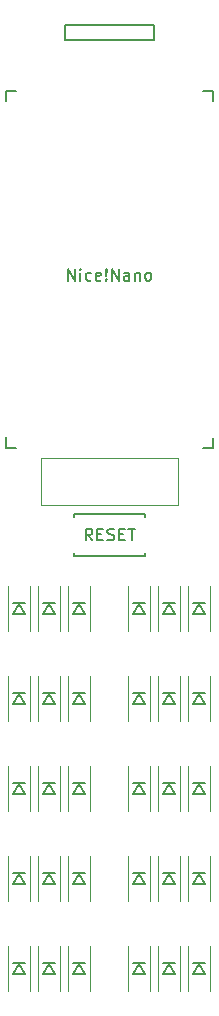
<source format=gbr>
%TF.GenerationSoftware,KiCad,Pcbnew,(5.1.9)-1*%
%TF.CreationDate,2022-03-08T16:30:03+11:00*%
%TF.ProjectId,fuse,66757365-2e6b-4696-9361-645f70636258,rev?*%
%TF.SameCoordinates,Original*%
%TF.FileFunction,Legend,Top*%
%TF.FilePolarity,Positive*%
%FSLAX46Y46*%
G04 Gerber Fmt 4.6, Leading zero omitted, Abs format (unit mm)*
G04 Created by KiCad (PCBNEW (5.1.9)-1) date 2022-03-08 16:30:03*
%MOMM*%
%LPD*%
G01*
G04 APERTURE LIST*
%ADD10C,0.120000*%
%ADD11C,0.150000*%
G04 APERTURE END LIST*
D10*
%TO.C,D0*%
X30441000Y-66295000D02*
X30441000Y-70135000D01*
X32281000Y-66295000D02*
X32281000Y-70135000D01*
D11*
X31361000Y-67815000D02*
X31861000Y-68715000D01*
X31861000Y-68715000D02*
X30861000Y-68715000D01*
X30861000Y-68715000D02*
X31361000Y-67815000D01*
X31861000Y-67715000D02*
X30861000Y-67715000D01*
D10*
%TO.C,D1*%
X32981000Y-66295000D02*
X32981000Y-70135000D01*
X34821000Y-66295000D02*
X34821000Y-70135000D01*
D11*
X33901000Y-67815000D02*
X34401000Y-68715000D01*
X34401000Y-68715000D02*
X33401000Y-68715000D01*
X33401000Y-68715000D02*
X33901000Y-67815000D01*
X34401000Y-67715000D02*
X33401000Y-67715000D01*
D10*
%TO.C,D2*%
X35521000Y-66295000D02*
X35521000Y-70135000D01*
X37361000Y-66295000D02*
X37361000Y-70135000D01*
D11*
X36441000Y-67815000D02*
X36941000Y-68715000D01*
X36941000Y-68715000D02*
X35941000Y-68715000D01*
X35941000Y-68715000D02*
X36441000Y-67815000D01*
X36941000Y-67715000D02*
X35941000Y-67715000D01*
D10*
%TO.C,D3*%
X40601000Y-66295000D02*
X40601000Y-70135000D01*
X42441000Y-66295000D02*
X42441000Y-70135000D01*
D11*
X41521000Y-67815000D02*
X42021000Y-68715000D01*
X42021000Y-68715000D02*
X41021000Y-68715000D01*
X41021000Y-68715000D02*
X41521000Y-67815000D01*
X42021000Y-67715000D02*
X41021000Y-67715000D01*
D10*
%TO.C,D4*%
X43141000Y-66295000D02*
X43141000Y-70135000D01*
X44981000Y-66295000D02*
X44981000Y-70135000D01*
D11*
X44061000Y-67815000D02*
X44561000Y-68715000D01*
X44561000Y-68715000D02*
X43561000Y-68715000D01*
X43561000Y-68715000D02*
X44061000Y-67815000D01*
X44561000Y-67715000D02*
X43561000Y-67715000D01*
D10*
%TO.C,D5*%
X45681000Y-66295000D02*
X45681000Y-70135000D01*
X47521000Y-66295000D02*
X47521000Y-70135000D01*
D11*
X46601000Y-67815000D02*
X47101000Y-68715000D01*
X47101000Y-68715000D02*
X46101000Y-68715000D01*
X46101000Y-68715000D02*
X46601000Y-67815000D01*
X47101000Y-67715000D02*
X46101000Y-67715000D01*
D10*
%TO.C,D10*%
X30441000Y-73915000D02*
X30441000Y-77755000D01*
X32281000Y-73915000D02*
X32281000Y-77755000D01*
D11*
X31361000Y-75435000D02*
X31861000Y-76335000D01*
X31861000Y-76335000D02*
X30861000Y-76335000D01*
X30861000Y-76335000D02*
X31361000Y-75435000D01*
X31861000Y-75335000D02*
X30861000Y-75335000D01*
D10*
%TO.C,D11*%
X32981000Y-73915000D02*
X32981000Y-77755000D01*
X34821000Y-73915000D02*
X34821000Y-77755000D01*
D11*
X33901000Y-75435000D02*
X34401000Y-76335000D01*
X34401000Y-76335000D02*
X33401000Y-76335000D01*
X33401000Y-76335000D02*
X33901000Y-75435000D01*
X34401000Y-75335000D02*
X33401000Y-75335000D01*
D10*
%TO.C,D12*%
X35521000Y-73915000D02*
X35521000Y-77755000D01*
X37361000Y-73915000D02*
X37361000Y-77755000D01*
D11*
X36441000Y-75435000D02*
X36941000Y-76335000D01*
X36941000Y-76335000D02*
X35941000Y-76335000D01*
X35941000Y-76335000D02*
X36441000Y-75435000D01*
X36941000Y-75335000D02*
X35941000Y-75335000D01*
D10*
%TO.C,D13*%
X40601000Y-73915000D02*
X40601000Y-77755000D01*
X42441000Y-73915000D02*
X42441000Y-77755000D01*
D11*
X41521000Y-75435000D02*
X42021000Y-76335000D01*
X42021000Y-76335000D02*
X41021000Y-76335000D01*
X41021000Y-76335000D02*
X41521000Y-75435000D01*
X42021000Y-75335000D02*
X41021000Y-75335000D01*
D10*
%TO.C,D14*%
X43141000Y-73915000D02*
X43141000Y-77755000D01*
X44981000Y-73915000D02*
X44981000Y-77755000D01*
D11*
X44061000Y-75435000D02*
X44561000Y-76335000D01*
X44561000Y-76335000D02*
X43561000Y-76335000D01*
X43561000Y-76335000D02*
X44061000Y-75435000D01*
X44561000Y-75335000D02*
X43561000Y-75335000D01*
D10*
%TO.C,D15*%
X45681000Y-73915000D02*
X45681000Y-77755000D01*
X47521000Y-73915000D02*
X47521000Y-77755000D01*
D11*
X46601000Y-75435000D02*
X47101000Y-76335000D01*
X47101000Y-76335000D02*
X46101000Y-76335000D01*
X46101000Y-76335000D02*
X46601000Y-75435000D01*
X47101000Y-75335000D02*
X46101000Y-75335000D01*
D10*
%TO.C,D20*%
X30441000Y-81535000D02*
X30441000Y-85375000D01*
X32281000Y-81535000D02*
X32281000Y-85375000D01*
D11*
X31361000Y-83055000D02*
X31861000Y-83955000D01*
X31861000Y-83955000D02*
X30861000Y-83955000D01*
X30861000Y-83955000D02*
X31361000Y-83055000D01*
X31861000Y-82955000D02*
X30861000Y-82955000D01*
D10*
%TO.C,D21*%
X32981000Y-81535000D02*
X32981000Y-85375000D01*
X34821000Y-81535000D02*
X34821000Y-85375000D01*
D11*
X33901000Y-83055000D02*
X34401000Y-83955000D01*
X34401000Y-83955000D02*
X33401000Y-83955000D01*
X33401000Y-83955000D02*
X33901000Y-83055000D01*
X34401000Y-82955000D02*
X33401000Y-82955000D01*
D10*
%TO.C,D22*%
X35521000Y-81535000D02*
X35521000Y-85375000D01*
X37361000Y-81535000D02*
X37361000Y-85375000D01*
D11*
X36441000Y-83055000D02*
X36941000Y-83955000D01*
X36941000Y-83955000D02*
X35941000Y-83955000D01*
X35941000Y-83955000D02*
X36441000Y-83055000D01*
X36941000Y-82955000D02*
X35941000Y-82955000D01*
D10*
%TO.C,D23*%
X40601000Y-81535000D02*
X40601000Y-85375000D01*
X42441000Y-81535000D02*
X42441000Y-85375000D01*
D11*
X41521000Y-83055000D02*
X42021000Y-83955000D01*
X42021000Y-83955000D02*
X41021000Y-83955000D01*
X41021000Y-83955000D02*
X41521000Y-83055000D01*
X42021000Y-82955000D02*
X41021000Y-82955000D01*
D10*
%TO.C,D24*%
X43141000Y-81535000D02*
X43141000Y-85375000D01*
X44981000Y-81535000D02*
X44981000Y-85375000D01*
D11*
X44061000Y-83055000D02*
X44561000Y-83955000D01*
X44561000Y-83955000D02*
X43561000Y-83955000D01*
X43561000Y-83955000D02*
X44061000Y-83055000D01*
X44561000Y-82955000D02*
X43561000Y-82955000D01*
D10*
%TO.C,D25*%
X45681000Y-81535000D02*
X45681000Y-85375000D01*
X47521000Y-81535000D02*
X47521000Y-85375000D01*
D11*
X46601000Y-83055000D02*
X47101000Y-83955000D01*
X47101000Y-83955000D02*
X46101000Y-83955000D01*
X46101000Y-83955000D02*
X46601000Y-83055000D01*
X47101000Y-82955000D02*
X46101000Y-82955000D01*
D10*
%TO.C,D30*%
X30441000Y-89155000D02*
X30441000Y-92995000D01*
X32281000Y-89155000D02*
X32281000Y-92995000D01*
D11*
X31361000Y-90675000D02*
X31861000Y-91575000D01*
X31861000Y-91575000D02*
X30861000Y-91575000D01*
X30861000Y-91575000D02*
X31361000Y-90675000D01*
X31861000Y-90575000D02*
X30861000Y-90575000D01*
D10*
%TO.C,D31*%
X32981000Y-89155000D02*
X32981000Y-92995000D01*
X34821000Y-89155000D02*
X34821000Y-92995000D01*
D11*
X33901000Y-90675000D02*
X34401000Y-91575000D01*
X34401000Y-91575000D02*
X33401000Y-91575000D01*
X33401000Y-91575000D02*
X33901000Y-90675000D01*
X34401000Y-90575000D02*
X33401000Y-90575000D01*
D10*
%TO.C,D32*%
X35521000Y-89155000D02*
X35521000Y-92995000D01*
X37361000Y-89155000D02*
X37361000Y-92995000D01*
D11*
X36441000Y-90675000D02*
X36941000Y-91575000D01*
X36941000Y-91575000D02*
X35941000Y-91575000D01*
X35941000Y-91575000D02*
X36441000Y-90675000D01*
X36941000Y-90575000D02*
X35941000Y-90575000D01*
D10*
%TO.C,D33*%
X40601000Y-89155000D02*
X40601000Y-92995000D01*
X42441000Y-89155000D02*
X42441000Y-92995000D01*
D11*
X41521000Y-90675000D02*
X42021000Y-91575000D01*
X42021000Y-91575000D02*
X41021000Y-91575000D01*
X41021000Y-91575000D02*
X41521000Y-90675000D01*
X42021000Y-90575000D02*
X41021000Y-90575000D01*
D10*
%TO.C,D34*%
X43141000Y-89155000D02*
X43141000Y-92995000D01*
X44981000Y-89155000D02*
X44981000Y-92995000D01*
D11*
X44061000Y-90675000D02*
X44561000Y-91575000D01*
X44561000Y-91575000D02*
X43561000Y-91575000D01*
X43561000Y-91575000D02*
X44061000Y-90675000D01*
X44561000Y-90575000D02*
X43561000Y-90575000D01*
D10*
%TO.C,D35*%
X45681000Y-89155000D02*
X45681000Y-92995000D01*
X47521000Y-89155000D02*
X47521000Y-92995000D01*
D11*
X46601000Y-90675000D02*
X47101000Y-91575000D01*
X47101000Y-91575000D02*
X46101000Y-91575000D01*
X46101000Y-91575000D02*
X46601000Y-90675000D01*
X47101000Y-90575000D02*
X46101000Y-90575000D01*
D10*
%TO.C,D40*%
X45681000Y-96775000D02*
X45681000Y-100615000D01*
X47521000Y-96775000D02*
X47521000Y-100615000D01*
D11*
X46601000Y-98295000D02*
X47101000Y-99195000D01*
X47101000Y-99195000D02*
X46101000Y-99195000D01*
X46101000Y-99195000D02*
X46601000Y-98295000D01*
X47101000Y-98195000D02*
X46101000Y-98195000D01*
D10*
%TO.C,D41*%
X43141000Y-96775000D02*
X43141000Y-100615000D01*
X44981000Y-96775000D02*
X44981000Y-100615000D01*
D11*
X44061000Y-98295000D02*
X44561000Y-99195000D01*
X44561000Y-99195000D02*
X43561000Y-99195000D01*
X43561000Y-99195000D02*
X44061000Y-98295000D01*
X44561000Y-98195000D02*
X43561000Y-98195000D01*
D10*
%TO.C,D42*%
X40601000Y-96775000D02*
X40601000Y-100615000D01*
X42441000Y-96775000D02*
X42441000Y-100615000D01*
D11*
X41521000Y-98295000D02*
X42021000Y-99195000D01*
X42021000Y-99195000D02*
X41021000Y-99195000D01*
X41021000Y-99195000D02*
X41521000Y-98295000D01*
X42021000Y-98195000D02*
X41021000Y-98195000D01*
D10*
%TO.C,D43*%
X35521000Y-96775000D02*
X35521000Y-100615000D01*
X37361000Y-96775000D02*
X37361000Y-100615000D01*
D11*
X36441000Y-98295000D02*
X36941000Y-99195000D01*
X36941000Y-99195000D02*
X35941000Y-99195000D01*
X35941000Y-99195000D02*
X36441000Y-98295000D01*
X36941000Y-98195000D02*
X35941000Y-98195000D01*
D10*
%TO.C,D44*%
X32981000Y-96775000D02*
X32981000Y-100615000D01*
X34821000Y-96775000D02*
X34821000Y-100615000D01*
D11*
X33901000Y-98295000D02*
X34401000Y-99195000D01*
X34401000Y-99195000D02*
X33401000Y-99195000D01*
X33401000Y-99195000D02*
X33901000Y-98295000D01*
X34401000Y-98195000D02*
X33401000Y-98195000D01*
D10*
%TO.C,D45*%
X30441000Y-96775000D02*
X30441000Y-100615000D01*
X32281000Y-96775000D02*
X32281000Y-100615000D01*
D11*
X31361000Y-98295000D02*
X31861000Y-99195000D01*
X31861000Y-99195000D02*
X30861000Y-99195000D01*
X30861000Y-99195000D02*
X31361000Y-98295000D01*
X31861000Y-98195000D02*
X30861000Y-98195000D01*
%TO.C,Reset1*%
X42000000Y-60250000D02*
X42000000Y-60500000D01*
X36000000Y-60250000D02*
X42000000Y-60250000D01*
X36000000Y-60250000D02*
X36000000Y-60500000D01*
X36000000Y-63750000D02*
X36000000Y-63500000D01*
X42000000Y-63750000D02*
X42000000Y-63500000D01*
X36000000Y-63750000D02*
X42000000Y-63750000D01*
%TO.C,U1*%
X42750000Y-18800000D02*
X35250000Y-18800000D01*
X42750000Y-20100000D02*
X42750000Y-18800000D01*
X35250000Y-20100000D02*
X42750000Y-20100000D01*
X35250000Y-18800000D02*
X35250000Y-20100000D01*
X30250000Y-24400000D02*
X30250000Y-25250000D01*
X47750000Y-24400000D02*
X47750000Y-25250000D01*
X30250000Y-24400000D02*
X31100000Y-24400000D01*
X47750000Y-24400000D02*
X46950000Y-24400000D01*
X30250000Y-53700000D02*
X30250000Y-54600000D01*
X47750000Y-53750000D02*
X47750000Y-54600000D01*
X30250000Y-54600000D02*
X31100000Y-54600000D01*
X47750000Y-54600000D02*
X46890000Y-54600000D01*
D10*
%TO.C,Power1*%
X33200000Y-59500000D02*
X44800000Y-59500000D01*
X44800000Y-55500000D02*
X44800000Y-59500000D01*
X44800000Y-55500000D02*
X33200000Y-55500000D01*
X33200000Y-59500000D02*
X33200000Y-55500000D01*
%TO.C,Reset1*%
D11*
X37547619Y-62452380D02*
X37214285Y-61976190D01*
X36976190Y-62452380D02*
X36976190Y-61452380D01*
X37357142Y-61452380D01*
X37452380Y-61500000D01*
X37500000Y-61547619D01*
X37547619Y-61642857D01*
X37547619Y-61785714D01*
X37500000Y-61880952D01*
X37452380Y-61928571D01*
X37357142Y-61976190D01*
X36976190Y-61976190D01*
X37976190Y-61928571D02*
X38309523Y-61928571D01*
X38452380Y-62452380D02*
X37976190Y-62452380D01*
X37976190Y-61452380D01*
X38452380Y-61452380D01*
X38833333Y-62404761D02*
X38976190Y-62452380D01*
X39214285Y-62452380D01*
X39309523Y-62404761D01*
X39357142Y-62357142D01*
X39404761Y-62261904D01*
X39404761Y-62166666D01*
X39357142Y-62071428D01*
X39309523Y-62023809D01*
X39214285Y-61976190D01*
X39023809Y-61928571D01*
X38928571Y-61880952D01*
X38880952Y-61833333D01*
X38833333Y-61738095D01*
X38833333Y-61642857D01*
X38880952Y-61547619D01*
X38928571Y-61500000D01*
X39023809Y-61452380D01*
X39261904Y-61452380D01*
X39404761Y-61500000D01*
X39833333Y-61928571D02*
X40166666Y-61928571D01*
X40309523Y-62452380D02*
X39833333Y-62452380D01*
X39833333Y-61452380D01*
X40309523Y-61452380D01*
X40595238Y-61452380D02*
X41166666Y-61452380D01*
X40880952Y-62452380D02*
X40880952Y-61452380D01*
%TO.C,U1*%
X35500000Y-40452380D02*
X35500000Y-39452380D01*
X36071428Y-40452380D01*
X36071428Y-39452380D01*
X36547619Y-40452380D02*
X36547619Y-39785714D01*
X36547619Y-39452380D02*
X36500000Y-39500000D01*
X36547619Y-39547619D01*
X36595238Y-39500000D01*
X36547619Y-39452380D01*
X36547619Y-39547619D01*
X37452380Y-40404761D02*
X37357142Y-40452380D01*
X37166666Y-40452380D01*
X37071428Y-40404761D01*
X37023809Y-40357142D01*
X36976190Y-40261904D01*
X36976190Y-39976190D01*
X37023809Y-39880952D01*
X37071428Y-39833333D01*
X37166666Y-39785714D01*
X37357142Y-39785714D01*
X37452380Y-39833333D01*
X38261904Y-40404761D02*
X38166666Y-40452380D01*
X37976190Y-40452380D01*
X37880952Y-40404761D01*
X37833333Y-40309523D01*
X37833333Y-39928571D01*
X37880952Y-39833333D01*
X37976190Y-39785714D01*
X38166666Y-39785714D01*
X38261904Y-39833333D01*
X38309523Y-39928571D01*
X38309523Y-40023809D01*
X37833333Y-40119047D01*
X38738095Y-40357142D02*
X38785714Y-40404761D01*
X38738095Y-40452380D01*
X38690476Y-40404761D01*
X38738095Y-40357142D01*
X38738095Y-40452380D01*
X38738095Y-40071428D02*
X38690476Y-39500000D01*
X38738095Y-39452380D01*
X38785714Y-39500000D01*
X38738095Y-40071428D01*
X38738095Y-39452380D01*
X39214285Y-40452380D02*
X39214285Y-39452380D01*
X39785714Y-40452380D01*
X39785714Y-39452380D01*
X40690476Y-40452380D02*
X40690476Y-39928571D01*
X40642857Y-39833333D01*
X40547619Y-39785714D01*
X40357142Y-39785714D01*
X40261904Y-39833333D01*
X40690476Y-40404761D02*
X40595238Y-40452380D01*
X40357142Y-40452380D01*
X40261904Y-40404761D01*
X40214285Y-40309523D01*
X40214285Y-40214285D01*
X40261904Y-40119047D01*
X40357142Y-40071428D01*
X40595238Y-40071428D01*
X40690476Y-40023809D01*
X41166666Y-39785714D02*
X41166666Y-40452380D01*
X41166666Y-39880952D02*
X41214285Y-39833333D01*
X41309523Y-39785714D01*
X41452380Y-39785714D01*
X41547619Y-39833333D01*
X41595238Y-39928571D01*
X41595238Y-40452380D01*
X42214285Y-40452380D02*
X42119047Y-40404761D01*
X42071428Y-40357142D01*
X42023809Y-40261904D01*
X42023809Y-39976190D01*
X42071428Y-39880952D01*
X42119047Y-39833333D01*
X42214285Y-39785714D01*
X42357142Y-39785714D01*
X42452380Y-39833333D01*
X42500000Y-39880952D01*
X42547619Y-39976190D01*
X42547619Y-40261904D01*
X42500000Y-40357142D01*
X42452380Y-40404761D01*
X42357142Y-40452380D01*
X42214285Y-40452380D01*
%TD*%
M02*

</source>
